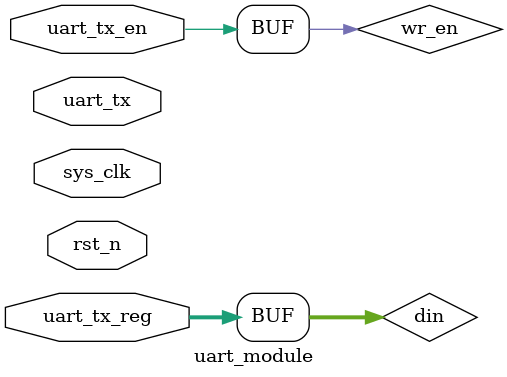
<source format=v>
module uart_module #(
    parameter CLK_FRE    = 125,     //Mhz
    parameter BPS        = 115200,  //uart bps
    parameter IDLE_CYCLE = 20,      //idle time
    parameter REG_SIZE   = 32
) (
    input        sys_clk,      //system clock 50Mhz on board
    input        rst_n,        //reset ,low active
    input        uart_tx,
    input [31:0] uart_tx_reg,
    input        uart_tx_en
);
  /*******************************************************************/
  wire        tx_data_valid;
  wire        tx_data_ready;
  wire        tx_interrupt;
  wire [ 7:0] tx_data;

  wire        rx_data_valid;
  wire        rx_data_ready;
  wire        rx_interrupt;
  wire        rx_frame_idle;
  wire [ 7:0] rx_data;
  /*******************************************************************/
  wire [31:0] din;  // input wire [31 : 0] din
  wire        wr_en;  // input wire wr_en
  wire        rd_en;  // input wire rd_en
  wire [ 7:0] dout;  // output wire [7 : 0] dout
  wire        full;  // output wire full
  wire        empty;  // output wire empty
  wire        valid;
  /***********************************************************************/
  //Ð´tx fifoÊý¾Ý
  assign wr_en         = uart_tx_en;
  assign din           = uart_tx_reg;
  /***********************************************************************/
  //¶Átx fifoÊý¾Ý
  assign rd_en         = valid && tx_data_ready;
  assign tx_data       = dout;
  /***********************************************************************/
  //·¢ËÍÊý¾Ý
  assign tx_data_valid = valid && tx_data_ready;
  /***********************************************************************/

  uart_tx #(
      .CLK_FRE  (CLK_FRE),
      .BAUD_RATE(BPS)
  ) uart_tx_inst (
      .clk          (sys_clk),
      .rst_n        (rst_n),
      .tx_data      (tx_data),
      .tx_data_valid(tx_data_valid),
      .tx_data_ready(tx_data_ready),
      .tx_interrupt (tx_interrupt),
      .tx_pin       (uart_tx)
  );

  fifo_tx fifo_tx_inst (
      .clk  (sys_clk),  // input wire clk
      .din  (din),      // input wire [31 : 0] din
      .wr_en(wr_en),    // input wire wr_en
      .rd_en(rd_en),    // input wire rd_en
      .dout (dout),     // output wire [7 : 0] dout
      .full (full),     // output wire full
      .empty(empty),    // output wire empty
      .valid(valid)     // output wire valid
  );
endmodule

</source>
